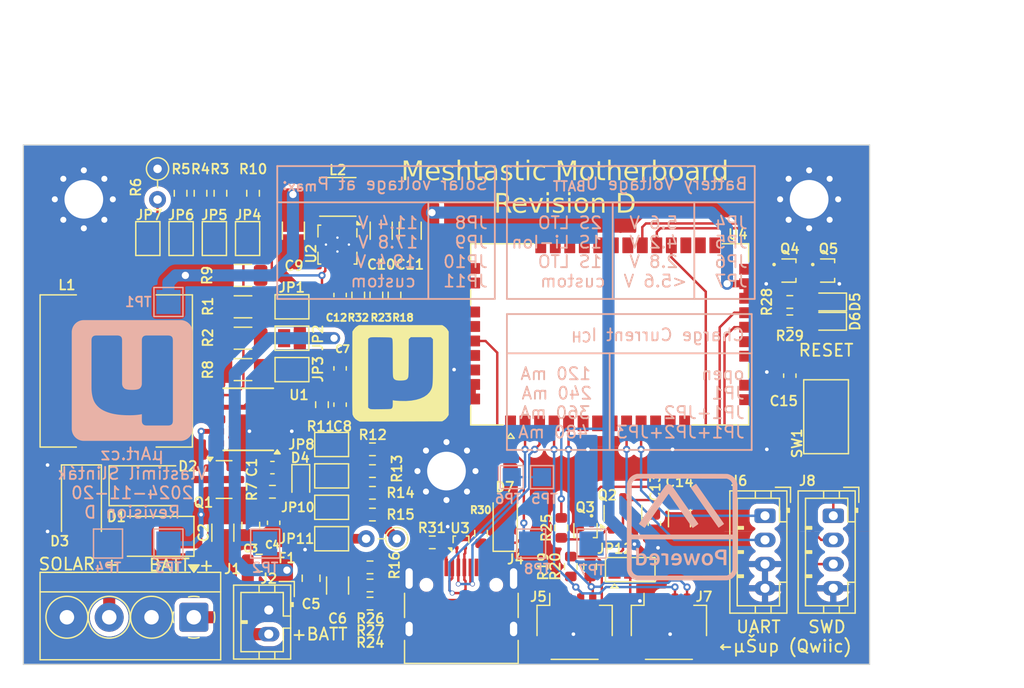
<source format=kicad_pcb>
(kicad_pcb
	(version 20241229)
	(generator "pcbnew")
	(generator_version "9.0")
	(general
		(thickness 1.6)
		(legacy_teardrops no)
	)
	(paper "A4")
	(title_block
		(title "Meshtastic Motherboard for RAK4630")
		(date "2024-11-20")
		(rev "D")
		(company "μArt.cz")
		(comment 1 "Vlastimil Slinták")
	)
	(layers
		(0 "F.Cu" signal)
		(2 "B.Cu" signal)
		(9 "F.Adhes" user "F.Adhesive")
		(11 "B.Adhes" user "B.Adhesive")
		(13 "F.Paste" user)
		(15 "B.Paste" user)
		(5 "F.SilkS" user "F.Silkscreen")
		(7 "B.SilkS" user "B.Silkscreen")
		(1 "F.Mask" user)
		(3 "B.Mask" user)
		(17 "Dwgs.User" user "User.Drawings")
		(19 "Cmts.User" user "User.Comments")
		(21 "Eco1.User" user "User.Eco1")
		(23 "Eco2.User" user "User.Eco2")
		(25 "Edge.Cuts" user)
		(27 "Margin" user)
		(31 "F.CrtYd" user "F.Courtyard")
		(29 "B.CrtYd" user "B.Courtyard")
		(35 "F.Fab" user)
		(33 "B.Fab" user)
		(39 "User.1" user)
		(41 "User.2" user)
		(43 "User.3" user)
		(45 "User.4" user)
		(47 "User.5" user)
		(49 "User.6" user)
		(51 "User.7" user)
		(53 "User.8" user)
		(55 "User.9" user)
	)
	(setup
		(stackup
			(layer "F.SilkS"
				(type "Top Silk Screen")
			)
			(layer "F.Paste"
				(type "Top Solder Paste")
			)
			(layer "F.Mask"
				(type "Top Solder Mask")
				(thickness 0.01)
			)
			(layer "F.Cu"
				(type "copper")
				(thickness 0.035)
			)
			(layer "dielectric 1"
				(type "core")
				(thickness 1.51)
				(material "FR4")
				(epsilon_r 4.5)
				(loss_tangent 0.02)
			)
			(layer "B.Cu"
				(type "copper")
				(thickness 0.035)
			)
			(layer "B.Mask"
				(type "Bottom Solder Mask")
				(thickness 0.01)
			)
			(layer "B.Paste"
				(type "Bottom Solder Paste")
			)
			(layer "B.SilkS"
				(type "Bottom Silk Screen")
			)
			(copper_finish "None")
			(dielectric_constraints no)
		)
		(pad_to_mask_clearance 0)
		(allow_soldermask_bridges_in_footprints no)
		(tenting front back)
		(aux_axis_origin 114 78)
		(grid_origin 114 78)
		(pcbplotparams
			(layerselection 0x00000000_00000000_55555555_5755f5ff)
			(plot_on_all_layers_selection 0x00000000_00000000_00000000_00000000)
			(disableapertmacros no)
			(usegerberextensions yes)
			(usegerberattributes yes)
			(usegerberadvancedattributes yes)
			(creategerberjobfile no)
			(dashed_line_dash_ratio 12.000000)
			(dashed_line_gap_ratio 3.000000)
			(svgprecision 6)
			(plotframeref no)
			(mode 1)
			(useauxorigin no)
			(hpglpennumber 1)
			(hpglpenspeed 20)
			(hpglpendiameter 15.000000)
			(pdf_front_fp_property_popups yes)
			(pdf_back_fp_property_popups yes)
			(pdf_metadata yes)
			(pdf_single_document no)
			(dxfpolygonmode yes)
			(dxfimperialunits yes)
			(dxfusepcbnewfont yes)
			(psnegative no)
			(psa4output no)
			(plot_black_and_white yes)
			(plotinvisibletext no)
			(sketchpadsonfab no)
			(plotpadnumbers no)
			(hidednponfab no)
			(sketchdnponfab yes)
			(crossoutdnponfab yes)
			(subtractmaskfromsilk yes)
			(outputformat 1)
			(mirror no)
			(drillshape 0)
			(scaleselection 1)
			(outputdirectory "../gerbers/")
		)
	)
	(net 0 "")
	(net 1 "VS")
	(net 2 "Net-(U1-VG)")
	(net 3 "GND")
	(net 4 "+BATT")
	(net 5 "Net-(C7-Pad1)")
	(net 6 "VCC")
	(net 7 "+3V3")
	(net 8 "unconnected-(U4-P0.25-Pad24)")
	(net 9 "Net-(JP12-A)")
	(net 10 "/RESET")
	(net 11 "Net-(D1-A)")
	(net 12 "Net-(D2-K)")
	(net 13 "Net-(D2-A)")
	(net 14 "Net-(D4-A)")
	(net 15 "Net-(D4-K)")
	(net 16 "Net-(D5-K)")
	(net 17 "Net-(D5-A)")
	(net 18 "Net-(D6-K)")
	(net 19 "Net-(D6-A)")
	(net 20 "/VBUS")
	(net 21 "/USB+")
	(net 22 "/USB-")
	(net 23 "Net-(J4-CC1)")
	(net 24 "/SWDCLK")
	(net 25 "/SWDIO")
	(net 26 "/LED1")
	(net 27 "/LED2")
	(net 28 "/VEXT")
	(net 29 "Net-(J4-CC2)")
	(net 30 "unconnected-(J4-SBU2-PadB8)")
	(net 31 "/I2C1_SDA")
	(net 32 "/I2C1_SCL")
	(net 33 "/AIN0")
	(net 34 "unconnected-(J4-SBU1-PadA8)")
	(net 35 "Net-(JP1-A)")
	(net 36 "Net-(JP2-A)")
	(net 37 "Net-(JP3-A)")
	(net 38 "Net-(JP4-A)")
	(net 39 "Net-(JP5-A)")
	(net 40 "Net-(JP6-A)")
	(net 41 "Net-(JP7-A)")
	(net 42 "Net-(JP8-A)")
	(net 43 "Net-(JP9-B)")
	(net 44 "Net-(JP10-A)")
	(net 45 "/TXD1")
	(net 46 "/RXD1")
	(net 47 "unconnected-(U4-P0.24-Pad23)")
	(net 48 "Net-(JP11-A)")
	(net 49 "Net-(U2-L2)")
	(net 50 "Net-(U2-L1)")
	(net 51 "Net-(Q1-G)")
	(net 52 "Net-(Q2-G)")
	(net 53 "Net-(U1-COM)")
	(net 54 "/3V3_EXT")
	(net 55 "Net-(U2-FB)")
	(net 56 "unconnected-(U4-P0.16-Pad7)")
	(net 57 "unconnected-(U4-P0.10-Pad12)")
	(net 58 "unconnected-(U4-P0.04-Pad41)")
	(net 59 "/FB+")
	(net 60 "unconnected-(U4-P0.17-Pad8)")
	(net 61 "unconnected-(U4-P0.21-Pad11)")
	(net 62 "unconnected-(U4-RF_BT-Pad15)")
	(net 63 "unconnected-(U4-P0.02-Pad30)")
	(net 64 "unconnected-(U4-P0.31-Pad39)")
	(net 65 "unconnected-(U4-P0.30-Pad33)")
	(net 66 "unconnected-(U4-P0.03-Pad29)")
	(net 67 "unconnected-(U4-P0.09-Pad13)")
	(net 68 "unconnected-(U4-RF_LoRa-Pad37)")
	(net 69 "unconnected-(U4-P0.26-Pad34)")
	(net 70 "unconnected-(U4-P0.15-Pad6)")
	(net 71 "/VP-")
	(net 72 "unconnected-(U4-P0.28-Pad31)")
	(net 73 "Net-(R23-Pad1)")
	(net 74 "Net-(R24-Pad2)")
	(net 75 "unconnected-(U4-P0.29-Pad32)")
	(net 76 "unconnected-(U4-P1.01-Pad25)")
	(net 77 "Net-(J1-Pin_1)")
	(footprint "Capacitor_SMD:C_1206_3216Metric" (layer "F.Cu") (at 143.6 85.1 -90))
	(footprint "Resistor_SMD:R_0603_1608Metric" (layer "F.Cu") (at 142.875 103.2 180))
	(footprint "Package_TO_SOT_SMD:SOT-416" (layer "F.Cu") (at 177.4 88.4))
	(footprint "Fuse:Fuse_0805_2012Metric" (layer "F.Cu") (at 133.5 112.6))
	(footprint "Capacitor_SMD:C_0603_1608Metric" (layer "F.Cu") (at 140.2 90.425 90))
	(footprint "Connector_JST:JST_SH_SM04B-SRSS-TB_1x04-1MP_P1.00mm_Horizontal" (layer "F.Cu") (at 167.4 117.9))
	(footprint "Capacitor_SMD:C_1206_3216Metric" (layer "F.Cu") (at 146 85.1 -90))
	(footprint "Package_TO_SOT_SMD:SOT-23" (layer "F.Cu") (at 163.6 108.5 90))
	(footprint "Jumper:SolderJumper-2_P1.3mm_Open_Pad1.0x1.5mm" (layer "F.Cu") (at 139.5 110.6 180))
	(footprint "Resistor_SMD:R_0603_1608Metric" (layer "F.Cu") (at 138.7 99.5 -90))
	(footprint "Resistor_SMD:R_0603_1608Metric" (layer "F.Cu") (at 142.675 112.97 180))
	(footprint "Jumper:SolderJumper-2_P1.3mm_Open_Pad1.0x1.5mm" (layer "F.Cu") (at 124.298125 85.75 -90))
	(footprint "Jumper:SolderJumper-2_P1.3mm_Open_Pad1.0x1.5mm" (layer "F.Cu") (at 127.048125 85.75 -90))
	(footprint "Capacitor_SMD:C_1206_3216Metric" (layer "F.Cu") (at 139.99 114.475 90))
	(footprint "Package_SO:SSOP-10_3.9x4.9mm_P1.00mm" (layer "F.Cu") (at 132.601875 100.7125 180))
	(footprint "Resistor_SMD:R_0603_1608Metric" (layer "F.Cu") (at 127.00375 82 -90))
	(footprint "Connector_USB:USB_C_Receptacle_HRO_TYPE-C-31-M-12" (layer "F.Cu") (at 150.23 117.02))
	(footprint "Capacitor_SMD:C_1206_3216Metric" (layer "F.Cu") (at 136.334375 85.1 -90))
	(footprint "Jumper:SolderJumper-2_P1.3mm_Open_Pad1.0x1.5mm" (layer "F.Cu") (at 139.5 105.4))
	(footprint "Resistor_SMD:R_0603_1608Metric" (layer "F.Cu") (at 160.88 112.9 -90))
	(footprint "Resistor_SMD:R_0603_1608Metric" (layer "F.Cu") (at 158.5 109.7 -90))
	(footprint "Resistor_SMD:R_0603_1608Metric" (layer "F.Cu") (at 144.7 90.425 90))
	(footprint "Capacitor_SMD:C_0603_1608Metric" (layer "F.Cu") (at 166.2 109.35 -90))
	(footprint "Resistor_SMD:R_0603_1608Metric" (layer "F.Cu") (at 134.601875 106.7125 180))
	(footprint "LOGO" (layer "F.Cu") (at 145.2 96.9))
	(footprint "Resistor_SMD:R_1206_3216Metric" (layer "F.Cu") (at 132.16875 96.6))
	(footprint "Resistor_SMD:R_0603_1608Metric" (layer "F.Cu") (at 142.875 108.6 180))
	(footprint "Jumper:SolderJumper-2_P1.3mm_Open_Pad1.0x1.5mm" (layer "F.Cu") (at 136.21875 91.4))
	(footprint "Resistor_SMD:R_0603_1608Metric" (layer "F.Cu") (at 151.86 110.15 -90))
	(footprint "Jumper:SolderJumper-2_P1.3mm_Open_Pad1.0x1.5mm" (layer "F.Cu") (at 136.21875 96.6))
	(footprint "LED_SMD:LED_0603_1608Metric" (layer "F.Cu") (at 180.601875 92.6 180))
	(footprint "Diode_SMD:D_SMA" (layer "F.Cu") (at 124.601875 106.2125))
	(footprint "Resistor_SMD:R_1206_3216Metric" (layer "F.Cu") (at 132.16 88.8))
	(footprint "Capacitor_SMD:C_0603_1608Metric" (layer "F.Cu") (at 134.601875 104.7125))
	(footprint "Resistor_SMD:R_0603_1608Metric" (layer "F.Cu") (at 130.3 82 -90))
	(footprint "Jumper:SolderJumper-3_P1.3mm_Open_Pad1.0x1.5mm" (layer "F.Cu") (at 164.2 113.1575))
	(footprint "Resistor_SMD:R_0603_1608Metric" (layer "F.Cu") (at 147.825 110.9))
	(footprint "Diode_SMD:D_SOD-123" (layer "F.Cu") (at 153.86 109.28 90))
	(footprint "LED_SMD:LED_0603_1608Metric" (layer "F.Cu") (at 136.95 105.95 -90))
	(footprint "Resistor_SMD:R_0603_1608Metric" (layer "F.Cu") (at 143.2 90.425 90))
	(footprint "Capacitor_SMD:C_0603_1608Metric" (layer "F.Cu") (at 140.2 96.5 90))
	(footprint "Resistor_SMD:R_0603_1608Metric" (layer "F.Cu") (at 177.401875 91))
	(footprint "Resistor_THT:R_Axial_DIN0204_L3.6mm_D1.6mm_P2.54mm_Vertical"
		(layer "F.Cu")
		(uuid "8bc86710-a7f4-41fc-a9c3-3fddaea8bb7c")
		(at 144.89 110.6 180)
		(descr "Resistor, Axial_DIN0204 series, Axial, Vertical, pin pitch=2.54mm, 0.167W, length*diameter=3.6*1.6mm^2, http://cdn-reichelt.de/documents/datenblatt/B400/1_4W%23YAG.pdf")
		(tags "Resistor Axial_DIN0204 series Axial Vertical pin pitch 2.54mm 0.167W length 3.6mm diameter 1.6mm")
		(property "Reference" "R16"
			(at 0.19 -2.2 270)
			(layer "F.SilkS")
			(uuid "be78c1a4-a423-4ba1-9e18-4f7c4fef6e2b")
			(effects
				(font
					(size 0.8 0.8)
					(thickness 0.15)
				)
			)
		)
		(property "Value" "DNP"
			(at 1.27 1.92 0)
			(layer "F.Fab")
			(uuid "7aff4355-ba1c-4ef4-8410-e8cfb91886bc")
			(effects
				(font
					(size 1 1)
					(thickness 0.15)
				)
			)
		)
		(property "Datasheet" ""
			(at 0 0 180)
			(layer "F.Fab")
			(hide yes)
			(uuid "b641774e-d276-4807-b6e2-c64c0201c26c")
			(effects
				(font
					(size 1.27 1.27)
					(thickness 0.15)
				)
			)
		)
		(property "Description" "Resistor"
			(at 0 0 180)
			(layer "F.Fab")
			(hide yes)
			(uuid "eb7af289-d9ac-4791-8e32-4bd0fc1f5380")
			(effects
				(font
					(size 1.27 1.27)
					(thickness 0.15)
				)
			)
		)
		(property ki_fp_filters "R_*")
		(path "/cf686489-bbf1-4049-9e3f-0ce3eb90c7bc")
		(sheetname "Root")
		(sheetfile "solar-node-revD.kicad_sch")
		(attr through_hole exclude_from_pos_files exclude_from_bom dnp)
		(fp_line
			(start 0.92 0)
			(end 1.54 0)
			(stroke
				(width 0.12)
				(type solid)
			)
			(layer "F.SilkS")
			(uuid "03f62989-285e-4b7d-85c7-9bf319aaa6ac")
		)
		(fp_circle
			(center 0 0)
			(end 0.92 0)
			(stroke
				(width 0.12)
				(type solid)
			)
			(fill no)
			(layer "F.SilkS")
			(uuid "b9669eae-c7fb-4eec-9806-0b7f008deb04")
		)
		(fp_line
			(start 3.49 1.05)
			(end 3.49 -1.05)
			(stroke
				(width 0.05)
				(type solid)
			)
			(layer "F.CrtYd")
			(uuid "9f9ab440-89ec-4a35-91ac-4836975ebf44")
		)
		(fp_line
			(start 3.49 -1.05)
			(end -1.05 -1.05)
			(stroke
				(width 0.05)
				(type solid)
			)
			(layer "F.CrtYd")
			(uuid "29c72ea9-3fa8-477f-993b-309d2cdca43e")
		)
		(fp_line
			(start -1.05 1.05)
			(end 3.49 1.05)
			(stroke
				(width 0.05)
				(type solid)
			)
			(layer "F.CrtYd")
			(uuid "e81eac2f-d702-4888-9837-dd6062173944")
		)
		(fp_line
			(start -1.05 -1.05)
			(end -1.05 1.05)
			(stroke
				(width 0.05)
				(type solid)
			)
			(layer "F.CrtYd")
			(uuid "af9dff89-81f3-4c4e-a662-e58e6e9ae760")
		)
		(fp_line
			(start 0 0)
			(end 2.54 0)
			(stroke
				(width 0.1)
				(type solid)
			)
			(layer "F.Fab")
			(uuid "7cb09aca-368d-43b1-a743-3e8879e6ae38")
		)
		(fp_circle
			(center 0 0)
			(end 0.8 0)
			(stroke
				(width 0.1)
				(type solid)
			)
			(fill no)
			(layer "F.Fab")
			(uuid "6175df12-47e1-401a-afea-6f9d3c7ce0b8")
		)
		(fp_text user "${REFERENCE}"
			(at 1.27 -1.59 0)
			(layer "F.Fab")
			(uuid "bbc015b3-add9-432a-b511-32bf20f9db0b")
			(effects
				(font
					(size 1 1)
					(thickness 0.15)
				)
			)
		)
		(pad "1" thru_hole circle
			(at 0 0 180)
			(size 1.4 1.4)
			(drill 0.7)
			(layers "*.Cu" "*.Mask")
			(remove_unused_layers no)
			(net 71 "/VP-")
			(pintype "passive")
			(uuid "01e0fb1b-5669-457e-bc63-b483a97bfe80")
		)
		(pad "2" thru_hole oval
			(at 2.54 0 180)
			(size 1.4 1.4)
			(drill 0.7)
			(layers "*.Cu" "*.Mask")
			(remove_unused_layers no)
			(net 48 "Net-(JP11-A)")
			(
... [619250 chars truncated]
</source>
